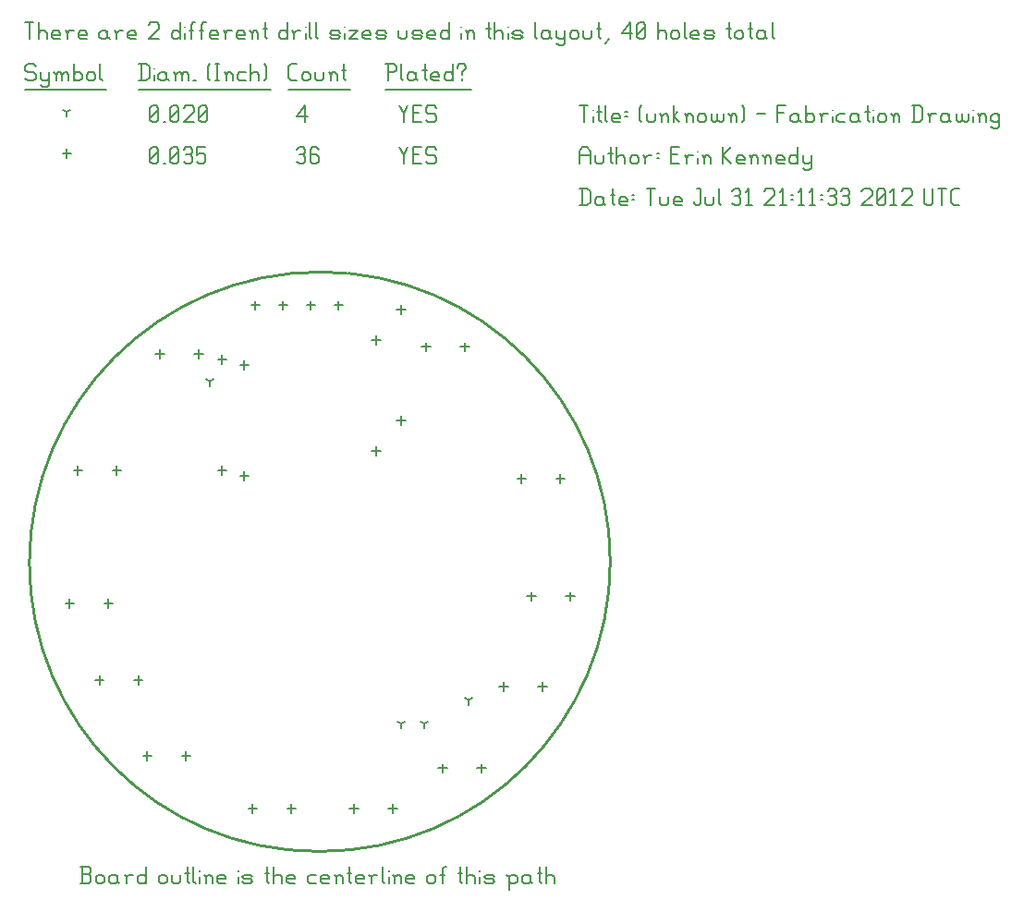
<source format=gbr>
G04 start of page 10 for group -3984 idx -3984 *
G04 Title: (unknown), fab *
G04 Creator: pcb 20110918 *
G04 CreationDate: Tue Jul 31 21:11:33 2012 UTC *
G04 For: frankenteddy *
G04 Format: Gerber/RS-274X *
G04 PCB-Dimensions: 212500 212500 *
G04 PCB-Coordinate-Origin: lower left *
%MOIN*%
%FSLAX25Y25*%
%LNFAB*%
%ADD36C,0.0100*%
%ADD35C,0.0075*%
%ADD34C,0.0060*%
%ADD33C,0.0080*%
G54D33*X150500Y33600D02*Y30400D01*
X148900Y32000D02*X152100D01*
X164500Y33600D02*Y30400D01*
X162900Y32000D02*X166100D01*
X135500Y199100D02*Y195900D01*
X133900Y197500D02*X137100D01*
X135500Y159100D02*Y155900D01*
X133900Y157500D02*X137100D01*
X126500Y188100D02*Y184900D01*
X124900Y186500D02*X128100D01*
X126500Y148100D02*Y144900D01*
X124900Y146500D02*X128100D01*
X79000Y179100D02*Y175900D01*
X77400Y177500D02*X80600D01*
X79000Y139100D02*Y135900D01*
X77400Y137500D02*X80600D01*
X71000Y181100D02*Y177900D01*
X69400Y179500D02*X72600D01*
X71000Y141100D02*Y137900D01*
X69400Y139500D02*X72600D01*
X40788Y65412D02*Y62212D01*
X39188Y63812D02*X42388D01*
X26788Y65412D02*Y62212D01*
X25188Y63812D02*X28388D01*
X33000Y141100D02*Y137900D01*
X31400Y139500D02*X34600D01*
X19000Y141100D02*Y137900D01*
X17400Y139500D02*X20600D01*
X62500Y183100D02*Y179900D01*
X60900Y181500D02*X64100D01*
X48500Y183100D02*Y179900D01*
X46900Y181500D02*X50100D01*
X196500Y95600D02*Y92400D01*
X194900Y94000D02*X198100D01*
X182500Y95600D02*Y92400D01*
X180900Y94000D02*X184100D01*
X179000Y138100D02*Y134900D01*
X177400Y136500D02*X180600D01*
X193000Y138100D02*Y134900D01*
X191400Y136500D02*X194600D01*
X144500Y185600D02*Y182400D01*
X142900Y184000D02*X146100D01*
X158500Y185600D02*Y182400D01*
X156900Y184000D02*X160100D01*
X16000Y93100D02*Y89900D01*
X14400Y91500D02*X17600D01*
X30000Y93100D02*Y89900D01*
X28400Y91500D02*X31600D01*
X58000Y38100D02*Y34900D01*
X56400Y36500D02*X59600D01*
X44000Y38100D02*Y34900D01*
X42400Y36500D02*X45600D01*
X96000Y19100D02*Y15900D01*
X94400Y17500D02*X97600D01*
X82000Y19100D02*Y15900D01*
X80400Y17500D02*X83600D01*
X132500Y19100D02*Y15900D01*
X130900Y17500D02*X134100D01*
X118500Y19100D02*Y15900D01*
X116900Y17500D02*X120100D01*
X186500Y63100D02*Y59900D01*
X184900Y61500D02*X188100D01*
X172500Y63100D02*Y59900D01*
X170900Y61500D02*X174100D01*
X93000Y200600D02*Y197400D01*
X91400Y199000D02*X94600D01*
X83000Y200600D02*Y197400D01*
X81400Y199000D02*X84600D01*
X113000Y200600D02*Y197400D01*
X111400Y199000D02*X114600D01*
X103000Y200600D02*Y197400D01*
X101400Y199000D02*X104600D01*
X15000Y255350D02*Y252150D01*
X13400Y253750D02*X16600D01*
G54D34*X135000Y256000D02*X136500Y253000D01*
X138000Y256000D01*
X136500Y253000D02*Y250000D01*
X139800Y253300D02*X142050D01*
X139800Y250000D02*X142800D01*
X139800Y256000D02*Y250000D01*
Y256000D02*X142800D01*
X147600D02*X148350Y255250D01*
X145350Y256000D02*X147600D01*
X144600Y255250D02*X145350Y256000D01*
X144600Y255250D02*Y253750D01*
X145350Y253000D01*
X147600D01*
X148350Y252250D01*
Y250750D01*
X147600Y250000D02*X148350Y250750D01*
X145350Y250000D02*X147600D01*
X144600Y250750D02*X145350Y250000D01*
X98000Y255250D02*X98750Y256000D01*
X100250D01*
X101000Y255250D01*
X100250Y250000D02*X101000Y250750D01*
X98750Y250000D02*X100250D01*
X98000Y250750D02*X98750Y250000D01*
Y253300D02*X100250D01*
X101000Y255250D02*Y254050D01*
Y252550D02*Y250750D01*
Y252550D02*X100250Y253300D01*
X101000Y254050D02*X100250Y253300D01*
X105050Y256000D02*X105800Y255250D01*
X103550Y256000D02*X105050D01*
X102800Y255250D02*X103550Y256000D01*
X102800Y255250D02*Y250750D01*
X103550Y250000D01*
X105050Y253300D02*X105800Y252550D01*
X102800Y253300D02*X105050D01*
X103550Y250000D02*X105050D01*
X105800Y250750D01*
Y252550D02*Y250750D01*
X45000D02*X45750Y250000D01*
X45000Y255250D02*Y250750D01*
Y255250D02*X45750Y256000D01*
X47250D01*
X48000Y255250D01*
Y250750D01*
X47250Y250000D02*X48000Y250750D01*
X45750Y250000D02*X47250D01*
X45000Y251500D02*X48000Y254500D01*
X49800Y250000D02*X50550D01*
X52350Y250750D02*X53100Y250000D01*
X52350Y255250D02*Y250750D01*
Y255250D02*X53100Y256000D01*
X54600D01*
X55350Y255250D01*
Y250750D01*
X54600Y250000D02*X55350Y250750D01*
X53100Y250000D02*X54600D01*
X52350Y251500D02*X55350Y254500D01*
X57150Y255250D02*X57900Y256000D01*
X59400D01*
X60150Y255250D01*
X59400Y250000D02*X60150Y250750D01*
X57900Y250000D02*X59400D01*
X57150Y250750D02*X57900Y250000D01*
Y253300D02*X59400D01*
X60150Y255250D02*Y254050D01*
Y252550D02*Y250750D01*
Y252550D02*X59400Y253300D01*
X60150Y254050D02*X59400Y253300D01*
X61950Y256000D02*X64950D01*
X61950D02*Y253000D01*
X62700Y253750D01*
X64200D01*
X64950Y253000D01*
Y250750D01*
X64200Y250000D02*X64950Y250750D01*
X62700Y250000D02*X64200D01*
X61950Y250750D02*X62700Y250000D01*
X66500Y171500D02*Y169900D01*
Y171500D02*X67887Y172300D01*
X66500Y171500D02*X65113Y172300D01*
X135500Y48000D02*Y46400D01*
Y48000D02*X136887Y48800D01*
X135500Y48000D02*X134113Y48800D01*
X144000Y48000D02*Y46400D01*
Y48000D02*X145387Y48800D01*
X144000Y48000D02*X142613Y48800D01*
X160000Y56500D02*Y54900D01*
Y56500D02*X161387Y57300D01*
X160000Y56500D02*X158613Y57300D01*
X15000Y268750D02*Y267150D01*
Y268750D02*X16387Y269550D01*
X15000Y268750D02*X13613Y269550D01*
X135000Y271000D02*X136500Y268000D01*
X138000Y271000D01*
X136500Y268000D02*Y265000D01*
X139800Y268300D02*X142050D01*
X139800Y265000D02*X142800D01*
X139800Y271000D02*Y265000D01*
Y271000D02*X142800D01*
X147600D02*X148350Y270250D01*
X145350Y271000D02*X147600D01*
X144600Y270250D02*X145350Y271000D01*
X144600Y270250D02*Y268750D01*
X145350Y268000D01*
X147600D01*
X148350Y267250D01*
Y265750D01*
X147600Y265000D02*X148350Y265750D01*
X145350Y265000D02*X147600D01*
X144600Y265750D02*X145350Y265000D01*
X98000Y267250D02*X101000Y271000D01*
X98000Y267250D02*X101750D01*
X101000Y271000D02*Y265000D01*
X45000Y265750D02*X45750Y265000D01*
X45000Y270250D02*Y265750D01*
Y270250D02*X45750Y271000D01*
X47250D01*
X48000Y270250D01*
Y265750D01*
X47250Y265000D02*X48000Y265750D01*
X45750Y265000D02*X47250D01*
X45000Y266500D02*X48000Y269500D01*
X49800Y265000D02*X50550D01*
X52350Y265750D02*X53100Y265000D01*
X52350Y270250D02*Y265750D01*
Y270250D02*X53100Y271000D01*
X54600D01*
X55350Y270250D01*
Y265750D01*
X54600Y265000D02*X55350Y265750D01*
X53100Y265000D02*X54600D01*
X52350Y266500D02*X55350Y269500D01*
X57150Y270250D02*X57900Y271000D01*
X60150D01*
X60900Y270250D01*
Y268750D01*
X57150Y265000D02*X60900Y268750D01*
X57150Y265000D02*X60900D01*
X62700Y265750D02*X63450Y265000D01*
X62700Y270250D02*Y265750D01*
Y270250D02*X63450Y271000D01*
X64950D01*
X65700Y270250D01*
Y265750D01*
X64950Y265000D02*X65700Y265750D01*
X63450Y265000D02*X64950D01*
X62700Y266500D02*X65700Y269500D01*
X3000Y286000D02*X3750Y285250D01*
X750Y286000D02*X3000D01*
X0Y285250D02*X750Y286000D01*
X0Y285250D02*Y283750D01*
X750Y283000D01*
X3000D01*
X3750Y282250D01*
Y280750D01*
X3000Y280000D02*X3750Y280750D01*
X750Y280000D02*X3000D01*
X0Y280750D02*X750Y280000D01*
X5550Y283000D02*Y280750D01*
X6300Y280000D01*
X8550Y283000D02*Y278500D01*
X7800Y277750D02*X8550Y278500D01*
X6300Y277750D02*X7800D01*
X5550Y278500D02*X6300Y277750D01*
Y280000D02*X7800D01*
X8550Y280750D01*
X11100Y282250D02*Y280000D01*
Y282250D02*X11850Y283000D01*
X12600D01*
X13350Y282250D01*
Y280000D01*
Y282250D02*X14100Y283000D01*
X14850D01*
X15600Y282250D01*
Y280000D01*
X10350Y283000D02*X11100Y282250D01*
X17400Y286000D02*Y280000D01*
Y280750D02*X18150Y280000D01*
X19650D01*
X20400Y280750D01*
Y282250D02*Y280750D01*
X19650Y283000D02*X20400Y282250D01*
X18150Y283000D02*X19650D01*
X17400Y282250D02*X18150Y283000D01*
X22200Y282250D02*Y280750D01*
Y282250D02*X22950Y283000D01*
X24450D01*
X25200Y282250D01*
Y280750D01*
X24450Y280000D02*X25200Y280750D01*
X22950Y280000D02*X24450D01*
X22200Y280750D02*X22950Y280000D01*
X27000Y286000D02*Y280750D01*
X27750Y280000D01*
X0Y276750D02*X29250D01*
X41750Y286000D02*Y280000D01*
X43700Y286000D02*X44750Y284950D01*
Y281050D01*
X43700Y280000D02*X44750Y281050D01*
X41000Y280000D02*X43700D01*
X41000Y286000D02*X43700D01*
G54D35*X46550Y284500D02*Y284350D01*
G54D34*Y282250D02*Y280000D01*
X50300Y283000D02*X51050Y282250D01*
X48800Y283000D02*X50300D01*
X48050Y282250D02*X48800Y283000D01*
X48050Y282250D02*Y280750D01*
X48800Y280000D01*
X51050Y283000D02*Y280750D01*
X51800Y280000D01*
X48800D02*X50300D01*
X51050Y280750D01*
X54350Y282250D02*Y280000D01*
Y282250D02*X55100Y283000D01*
X55850D01*
X56600Y282250D01*
Y280000D01*
Y282250D02*X57350Y283000D01*
X58100D01*
X58850Y282250D01*
Y280000D01*
X53600Y283000D02*X54350Y282250D01*
X60650Y280000D02*X61400D01*
X65900Y280750D02*X66650Y280000D01*
X65900Y285250D02*X66650Y286000D01*
X65900Y285250D02*Y280750D01*
X68450Y286000D02*X69950D01*
X69200D02*Y280000D01*
X68450D02*X69950D01*
X72500Y282250D02*Y280000D01*
Y282250D02*X73250Y283000D01*
X74000D01*
X74750Y282250D01*
Y280000D01*
X71750Y283000D02*X72500Y282250D01*
X77300Y283000D02*X79550D01*
X76550Y282250D02*X77300Y283000D01*
X76550Y282250D02*Y280750D01*
X77300Y280000D01*
X79550D01*
X81350Y286000D02*Y280000D01*
Y282250D02*X82100Y283000D01*
X83600D01*
X84350Y282250D01*
Y280000D01*
X86150Y286000D02*X86900Y285250D01*
Y280750D01*
X86150Y280000D02*X86900Y280750D01*
X41000Y276750D02*X88700D01*
X96050Y280000D02*X98000D01*
X95000Y281050D02*X96050Y280000D01*
X95000Y284950D02*Y281050D01*
Y284950D02*X96050Y286000D01*
X98000D01*
X99800Y282250D02*Y280750D01*
Y282250D02*X100550Y283000D01*
X102050D01*
X102800Y282250D01*
Y280750D01*
X102050Y280000D02*X102800Y280750D01*
X100550Y280000D02*X102050D01*
X99800Y280750D02*X100550Y280000D01*
X104600Y283000D02*Y280750D01*
X105350Y280000D01*
X106850D01*
X107600Y280750D01*
Y283000D02*Y280750D01*
X110150Y282250D02*Y280000D01*
Y282250D02*X110900Y283000D01*
X111650D01*
X112400Y282250D01*
Y280000D01*
X109400Y283000D02*X110150Y282250D01*
X114950Y286000D02*Y280750D01*
X115700Y280000D01*
X114200Y283750D02*X115700D01*
X95000Y276750D02*X117200D01*
X130750Y286000D02*Y280000D01*
X130000Y286000D02*X133000D01*
X133750Y285250D01*
Y283750D01*
X133000Y283000D02*X133750Y283750D01*
X130750Y283000D02*X133000D01*
X135550Y286000D02*Y280750D01*
X136300Y280000D01*
X140050Y283000D02*X140800Y282250D01*
X138550Y283000D02*X140050D01*
X137800Y282250D02*X138550Y283000D01*
X137800Y282250D02*Y280750D01*
X138550Y280000D01*
X140800Y283000D02*Y280750D01*
X141550Y280000D01*
X138550D02*X140050D01*
X140800Y280750D01*
X144100Y286000D02*Y280750D01*
X144850Y280000D01*
X143350Y283750D02*X144850D01*
X147100Y280000D02*X149350D01*
X146350Y280750D02*X147100Y280000D01*
X146350Y282250D02*Y280750D01*
Y282250D02*X147100Y283000D01*
X148600D01*
X149350Y282250D01*
X146350Y281500D02*X149350D01*
Y282250D02*Y281500D01*
X154150Y286000D02*Y280000D01*
X153400D02*X154150Y280750D01*
X151900Y280000D02*X153400D01*
X151150Y280750D02*X151900Y280000D01*
X151150Y282250D02*Y280750D01*
Y282250D02*X151900Y283000D01*
X153400D01*
X154150Y282250D01*
X157450Y283000D02*Y282250D01*
Y280750D02*Y280000D01*
X155950Y285250D02*Y284500D01*
Y285250D02*X156700Y286000D01*
X158200D01*
X158950Y285250D01*
Y284500D01*
X157450Y283000D02*X158950Y284500D01*
X130000Y276750D02*X160750D01*
X0Y301000D02*X3000D01*
X1500D02*Y295000D01*
X4800Y301000D02*Y295000D01*
Y297250D02*X5550Y298000D01*
X7050D01*
X7800Y297250D01*
Y295000D01*
X10350D02*X12600D01*
X9600Y295750D02*X10350Y295000D01*
X9600Y297250D02*Y295750D01*
Y297250D02*X10350Y298000D01*
X11850D01*
X12600Y297250D01*
X9600Y296500D02*X12600D01*
Y297250D02*Y296500D01*
X15150Y297250D02*Y295000D01*
Y297250D02*X15900Y298000D01*
X17400D01*
X14400D02*X15150Y297250D01*
X19950Y295000D02*X22200D01*
X19200Y295750D02*X19950Y295000D01*
X19200Y297250D02*Y295750D01*
Y297250D02*X19950Y298000D01*
X21450D01*
X22200Y297250D01*
X19200Y296500D02*X22200D01*
Y297250D02*Y296500D01*
X28950Y298000D02*X29700Y297250D01*
X27450Y298000D02*X28950D01*
X26700Y297250D02*X27450Y298000D01*
X26700Y297250D02*Y295750D01*
X27450Y295000D01*
X29700Y298000D02*Y295750D01*
X30450Y295000D01*
X27450D02*X28950D01*
X29700Y295750D01*
X33000Y297250D02*Y295000D01*
Y297250D02*X33750Y298000D01*
X35250D01*
X32250D02*X33000Y297250D01*
X37800Y295000D02*X40050D01*
X37050Y295750D02*X37800Y295000D01*
X37050Y297250D02*Y295750D01*
Y297250D02*X37800Y298000D01*
X39300D01*
X40050Y297250D01*
X37050Y296500D02*X40050D01*
Y297250D02*Y296500D01*
X44550Y300250D02*X45300Y301000D01*
X47550D01*
X48300Y300250D01*
Y298750D01*
X44550Y295000D02*X48300Y298750D01*
X44550Y295000D02*X48300D01*
X55800Y301000D02*Y295000D01*
X55050D02*X55800Y295750D01*
X53550Y295000D02*X55050D01*
X52800Y295750D02*X53550Y295000D01*
X52800Y297250D02*Y295750D01*
Y297250D02*X53550Y298000D01*
X55050D01*
X55800Y297250D01*
G54D35*X57600Y299500D02*Y299350D01*
G54D34*Y297250D02*Y295000D01*
X59850Y300250D02*Y295000D01*
Y300250D02*X60600Y301000D01*
X61350D01*
X59100Y298000D02*X60600D01*
X63600Y300250D02*Y295000D01*
Y300250D02*X64350Y301000D01*
X65100D01*
X62850Y298000D02*X64350D01*
X67350Y295000D02*X69600D01*
X66600Y295750D02*X67350Y295000D01*
X66600Y297250D02*Y295750D01*
Y297250D02*X67350Y298000D01*
X68850D01*
X69600Y297250D01*
X66600Y296500D02*X69600D01*
Y297250D02*Y296500D01*
X72150Y297250D02*Y295000D01*
Y297250D02*X72900Y298000D01*
X74400D01*
X71400D02*X72150Y297250D01*
X76950Y295000D02*X79200D01*
X76200Y295750D02*X76950Y295000D01*
X76200Y297250D02*Y295750D01*
Y297250D02*X76950Y298000D01*
X78450D01*
X79200Y297250D01*
X76200Y296500D02*X79200D01*
Y297250D02*Y296500D01*
X81750Y297250D02*Y295000D01*
Y297250D02*X82500Y298000D01*
X83250D01*
X84000Y297250D01*
Y295000D01*
X81000Y298000D02*X81750Y297250D01*
X86550Y301000D02*Y295750D01*
X87300Y295000D01*
X85800Y298750D02*X87300D01*
X94500Y301000D02*Y295000D01*
X93750D02*X94500Y295750D01*
X92250Y295000D02*X93750D01*
X91500Y295750D02*X92250Y295000D01*
X91500Y297250D02*Y295750D01*
Y297250D02*X92250Y298000D01*
X93750D01*
X94500Y297250D01*
X97050D02*Y295000D01*
Y297250D02*X97800Y298000D01*
X99300D01*
X96300D02*X97050Y297250D01*
G54D35*X101100Y299500D02*Y299350D01*
G54D34*Y297250D02*Y295000D01*
X102600Y301000D02*Y295750D01*
X103350Y295000D01*
X104850Y301000D02*Y295750D01*
X105600Y295000D01*
X110550D02*X112800D01*
X113550Y295750D01*
X112800Y296500D02*X113550Y295750D01*
X110550Y296500D02*X112800D01*
X109800Y297250D02*X110550Y296500D01*
X109800Y297250D02*X110550Y298000D01*
X112800D01*
X113550Y297250D01*
X109800Y295750D02*X110550Y295000D01*
G54D35*X115350Y299500D02*Y299350D01*
G54D34*Y297250D02*Y295000D01*
X116850Y298000D02*X119850D01*
X116850Y295000D02*X119850Y298000D01*
X116850Y295000D02*X119850D01*
X122400D02*X124650D01*
X121650Y295750D02*X122400Y295000D01*
X121650Y297250D02*Y295750D01*
Y297250D02*X122400Y298000D01*
X123900D01*
X124650Y297250D01*
X121650Y296500D02*X124650D01*
Y297250D02*Y296500D01*
X127200Y295000D02*X129450D01*
X130200Y295750D01*
X129450Y296500D02*X130200Y295750D01*
X127200Y296500D02*X129450D01*
X126450Y297250D02*X127200Y296500D01*
X126450Y297250D02*X127200Y298000D01*
X129450D01*
X130200Y297250D01*
X126450Y295750D02*X127200Y295000D01*
X134700Y298000D02*Y295750D01*
X135450Y295000D01*
X136950D01*
X137700Y295750D01*
Y298000D02*Y295750D01*
X140250Y295000D02*X142500D01*
X143250Y295750D01*
X142500Y296500D02*X143250Y295750D01*
X140250Y296500D02*X142500D01*
X139500Y297250D02*X140250Y296500D01*
X139500Y297250D02*X140250Y298000D01*
X142500D01*
X143250Y297250D01*
X139500Y295750D02*X140250Y295000D01*
X145800D02*X148050D01*
X145050Y295750D02*X145800Y295000D01*
X145050Y297250D02*Y295750D01*
Y297250D02*X145800Y298000D01*
X147300D01*
X148050Y297250D01*
X145050Y296500D02*X148050D01*
Y297250D02*Y296500D01*
X152850Y301000D02*Y295000D01*
X152100D02*X152850Y295750D01*
X150600Y295000D02*X152100D01*
X149850Y295750D02*X150600Y295000D01*
X149850Y297250D02*Y295750D01*
Y297250D02*X150600Y298000D01*
X152100D01*
X152850Y297250D01*
G54D35*X157350Y299500D02*Y299350D01*
G54D34*Y297250D02*Y295000D01*
X159600Y297250D02*Y295000D01*
Y297250D02*X160350Y298000D01*
X161100D01*
X161850Y297250D01*
Y295000D01*
X158850Y298000D02*X159600Y297250D01*
X167100Y301000D02*Y295750D01*
X167850Y295000D01*
X166350Y298750D02*X167850D01*
X169350Y301000D02*Y295000D01*
Y297250D02*X170100Y298000D01*
X171600D01*
X172350Y297250D01*
Y295000D01*
G54D35*X174150Y299500D02*Y299350D01*
G54D34*Y297250D02*Y295000D01*
X176400D02*X178650D01*
X179400Y295750D01*
X178650Y296500D02*X179400Y295750D01*
X176400Y296500D02*X178650D01*
X175650Y297250D02*X176400Y296500D01*
X175650Y297250D02*X176400Y298000D01*
X178650D01*
X179400Y297250D01*
X175650Y295750D02*X176400Y295000D01*
X183900Y301000D02*Y295750D01*
X184650Y295000D01*
X188400Y298000D02*X189150Y297250D01*
X186900Y298000D02*X188400D01*
X186150Y297250D02*X186900Y298000D01*
X186150Y297250D02*Y295750D01*
X186900Y295000D01*
X189150Y298000D02*Y295750D01*
X189900Y295000D01*
X186900D02*X188400D01*
X189150Y295750D01*
X191700Y298000D02*Y295750D01*
X192450Y295000D01*
X194700Y298000D02*Y293500D01*
X193950Y292750D02*X194700Y293500D01*
X192450Y292750D02*X193950D01*
X191700Y293500D02*X192450Y292750D01*
Y295000D02*X193950D01*
X194700Y295750D01*
X196500Y297250D02*Y295750D01*
Y297250D02*X197250Y298000D01*
X198750D01*
X199500Y297250D01*
Y295750D01*
X198750Y295000D02*X199500Y295750D01*
X197250Y295000D02*X198750D01*
X196500Y295750D02*X197250Y295000D01*
X201300Y298000D02*Y295750D01*
X202050Y295000D01*
X203550D01*
X204300Y295750D01*
Y298000D02*Y295750D01*
X206850Y301000D02*Y295750D01*
X207600Y295000D01*
X206100Y298750D02*X207600D01*
X209100Y293500D02*X210600Y295000D01*
X215100Y297250D02*X218100Y301000D01*
X215100Y297250D02*X218850D01*
X218100Y301000D02*Y295000D01*
X220650Y295750D02*X221400Y295000D01*
X220650Y300250D02*Y295750D01*
Y300250D02*X221400Y301000D01*
X222900D01*
X223650Y300250D01*
Y295750D01*
X222900Y295000D02*X223650Y295750D01*
X221400Y295000D02*X222900D01*
X220650Y296500D02*X223650Y299500D01*
X228150Y301000D02*Y295000D01*
Y297250D02*X228900Y298000D01*
X230400D01*
X231150Y297250D01*
Y295000D01*
X232950Y297250D02*Y295750D01*
Y297250D02*X233700Y298000D01*
X235200D01*
X235950Y297250D01*
Y295750D01*
X235200Y295000D02*X235950Y295750D01*
X233700Y295000D02*X235200D01*
X232950Y295750D02*X233700Y295000D01*
X237750Y301000D02*Y295750D01*
X238500Y295000D01*
X240750D02*X243000D01*
X240000Y295750D02*X240750Y295000D01*
X240000Y297250D02*Y295750D01*
Y297250D02*X240750Y298000D01*
X242250D01*
X243000Y297250D01*
X240000Y296500D02*X243000D01*
Y297250D02*Y296500D01*
X245550Y295000D02*X247800D01*
X248550Y295750D01*
X247800Y296500D02*X248550Y295750D01*
X245550Y296500D02*X247800D01*
X244800Y297250D02*X245550Y296500D01*
X244800Y297250D02*X245550Y298000D01*
X247800D01*
X248550Y297250D01*
X244800Y295750D02*X245550Y295000D01*
X253800Y301000D02*Y295750D01*
X254550Y295000D01*
X253050Y298750D02*X254550D01*
X256050Y297250D02*Y295750D01*
Y297250D02*X256800Y298000D01*
X258300D01*
X259050Y297250D01*
Y295750D01*
X258300Y295000D02*X259050Y295750D01*
X256800Y295000D02*X258300D01*
X256050Y295750D02*X256800Y295000D01*
X261600Y301000D02*Y295750D01*
X262350Y295000D01*
X260850Y298750D02*X262350D01*
X266100Y298000D02*X266850Y297250D01*
X264600Y298000D02*X266100D01*
X263850Y297250D02*X264600Y298000D01*
X263850Y297250D02*Y295750D01*
X264600Y295000D01*
X266850Y298000D02*Y295750D01*
X267600Y295000D01*
X264600D02*X266100D01*
X266850Y295750D01*
X269400Y301000D02*Y295750D01*
X270150Y295000D01*
G54D36*X105500Y2000D02*X106500D01*
G75*G03X211000Y106500I0J104500D01*G01*
Y106500D02*G75*G03X106500Y211000I-104500J0D01*G01*
G75*G03X1500Y106000I0J-105000D01*G01*
G75*G03X105500Y2000I104000J0D01*G01*
G54D34*X19925Y-9500D02*X22925D01*
X23675Y-8750D01*
Y-6950D02*Y-8750D01*
X22925Y-6200D02*X23675Y-6950D01*
X20675Y-6200D02*X22925D01*
X20675Y-3500D02*Y-9500D01*
X19925Y-3500D02*X22925D01*
X23675Y-4250D01*
Y-5450D01*
X22925Y-6200D02*X23675Y-5450D01*
X25475Y-7250D02*Y-8750D01*
Y-7250D02*X26225Y-6500D01*
X27725D01*
X28475Y-7250D01*
Y-8750D01*
X27725Y-9500D02*X28475Y-8750D01*
X26225Y-9500D02*X27725D01*
X25475Y-8750D02*X26225Y-9500D01*
X32525Y-6500D02*X33275Y-7250D01*
X31025Y-6500D02*X32525D01*
X30275Y-7250D02*X31025Y-6500D01*
X30275Y-7250D02*Y-8750D01*
X31025Y-9500D01*
X33275Y-6500D02*Y-8750D01*
X34025Y-9500D01*
X31025D02*X32525D01*
X33275Y-8750D01*
X36575Y-7250D02*Y-9500D01*
Y-7250D02*X37325Y-6500D01*
X38825D01*
X35825D02*X36575Y-7250D01*
X43625Y-3500D02*Y-9500D01*
X42875D02*X43625Y-8750D01*
X41375Y-9500D02*X42875D01*
X40625Y-8750D02*X41375Y-9500D01*
X40625Y-7250D02*Y-8750D01*
Y-7250D02*X41375Y-6500D01*
X42875D01*
X43625Y-7250D01*
X48125D02*Y-8750D01*
Y-7250D02*X48875Y-6500D01*
X50375D01*
X51125Y-7250D01*
Y-8750D01*
X50375Y-9500D02*X51125Y-8750D01*
X48875Y-9500D02*X50375D01*
X48125Y-8750D02*X48875Y-9500D01*
X52925Y-6500D02*Y-8750D01*
X53675Y-9500D01*
X55175D01*
X55925Y-8750D01*
Y-6500D02*Y-8750D01*
X58475Y-3500D02*Y-8750D01*
X59225Y-9500D01*
X57725Y-5750D02*X59225D01*
X60725Y-3500D02*Y-8750D01*
X61475Y-9500D01*
G54D35*X62975Y-5000D02*Y-5150D01*
G54D34*Y-7250D02*Y-9500D01*
X65225Y-7250D02*Y-9500D01*
Y-7250D02*X65975Y-6500D01*
X66725D01*
X67475Y-7250D01*
Y-9500D01*
X64475Y-6500D02*X65225Y-7250D01*
X70025Y-9500D02*X72275D01*
X69275Y-8750D02*X70025Y-9500D01*
X69275Y-7250D02*Y-8750D01*
Y-7250D02*X70025Y-6500D01*
X71525D01*
X72275Y-7250D01*
X69275Y-8000D02*X72275D01*
Y-7250D02*Y-8000D01*
G54D35*X76775Y-5000D02*Y-5150D01*
G54D34*Y-7250D02*Y-9500D01*
X79025D02*X81275D01*
X82025Y-8750D01*
X81275Y-8000D02*X82025Y-8750D01*
X79025Y-8000D02*X81275D01*
X78275Y-7250D02*X79025Y-8000D01*
X78275Y-7250D02*X79025Y-6500D01*
X81275D01*
X82025Y-7250D01*
X78275Y-8750D02*X79025Y-9500D01*
X87275Y-3500D02*Y-8750D01*
X88025Y-9500D01*
X86525Y-5750D02*X88025D01*
X89525Y-3500D02*Y-9500D01*
Y-7250D02*X90275Y-6500D01*
X91775D01*
X92525Y-7250D01*
Y-9500D01*
X95075D02*X97325D01*
X94325Y-8750D02*X95075Y-9500D01*
X94325Y-7250D02*Y-8750D01*
Y-7250D02*X95075Y-6500D01*
X96575D01*
X97325Y-7250D01*
X94325Y-8000D02*X97325D01*
Y-7250D02*Y-8000D01*
X102575Y-6500D02*X104825D01*
X101825Y-7250D02*X102575Y-6500D01*
X101825Y-7250D02*Y-8750D01*
X102575Y-9500D01*
X104825D01*
X107375D02*X109625D01*
X106625Y-8750D02*X107375Y-9500D01*
X106625Y-7250D02*Y-8750D01*
Y-7250D02*X107375Y-6500D01*
X108875D01*
X109625Y-7250D01*
X106625Y-8000D02*X109625D01*
Y-7250D02*Y-8000D01*
X112175Y-7250D02*Y-9500D01*
Y-7250D02*X112925Y-6500D01*
X113675D01*
X114425Y-7250D01*
Y-9500D01*
X111425Y-6500D02*X112175Y-7250D01*
X116975Y-3500D02*Y-8750D01*
X117725Y-9500D01*
X116225Y-5750D02*X117725D01*
X119975Y-9500D02*X122225D01*
X119225Y-8750D02*X119975Y-9500D01*
X119225Y-7250D02*Y-8750D01*
Y-7250D02*X119975Y-6500D01*
X121475D01*
X122225Y-7250D01*
X119225Y-8000D02*X122225D01*
Y-7250D02*Y-8000D01*
X124775Y-7250D02*Y-9500D01*
Y-7250D02*X125525Y-6500D01*
X127025D01*
X124025D02*X124775Y-7250D01*
X128825Y-3500D02*Y-8750D01*
X129575Y-9500D01*
G54D35*X131075Y-5000D02*Y-5150D01*
G54D34*Y-7250D02*Y-9500D01*
X133325Y-7250D02*Y-9500D01*
Y-7250D02*X134075Y-6500D01*
X134825D01*
X135575Y-7250D01*
Y-9500D01*
X132575Y-6500D02*X133325Y-7250D01*
X138125Y-9500D02*X140375D01*
X137375Y-8750D02*X138125Y-9500D01*
X137375Y-7250D02*Y-8750D01*
Y-7250D02*X138125Y-6500D01*
X139625D01*
X140375Y-7250D01*
X137375Y-8000D02*X140375D01*
Y-7250D02*Y-8000D01*
X144875Y-7250D02*Y-8750D01*
Y-7250D02*X145625Y-6500D01*
X147125D01*
X147875Y-7250D01*
Y-8750D01*
X147125Y-9500D02*X147875Y-8750D01*
X145625Y-9500D02*X147125D01*
X144875Y-8750D02*X145625Y-9500D01*
X150425Y-4250D02*Y-9500D01*
Y-4250D02*X151175Y-3500D01*
X151925D01*
X149675Y-6500D02*X151175D01*
X156875Y-3500D02*Y-8750D01*
X157625Y-9500D01*
X156125Y-5750D02*X157625D01*
X159125Y-3500D02*Y-9500D01*
Y-7250D02*X159875Y-6500D01*
X161375D01*
X162125Y-7250D01*
Y-9500D01*
G54D35*X163925Y-5000D02*Y-5150D01*
G54D34*Y-7250D02*Y-9500D01*
X166175D02*X168425D01*
X169175Y-8750D01*
X168425Y-8000D02*X169175Y-8750D01*
X166175Y-8000D02*X168425D01*
X165425Y-7250D02*X166175Y-8000D01*
X165425Y-7250D02*X166175Y-6500D01*
X168425D01*
X169175Y-7250D01*
X165425Y-8750D02*X166175Y-9500D01*
X174425Y-7250D02*Y-11750D01*
X173675Y-6500D02*X174425Y-7250D01*
X175175Y-6500D01*
X176675D01*
X177425Y-7250D01*
Y-8750D01*
X176675Y-9500D02*X177425Y-8750D01*
X175175Y-9500D02*X176675D01*
X174425Y-8750D02*X175175Y-9500D01*
X181475Y-6500D02*X182225Y-7250D01*
X179975Y-6500D02*X181475D01*
X179225Y-7250D02*X179975Y-6500D01*
X179225Y-7250D02*Y-8750D01*
X179975Y-9500D01*
X182225Y-6500D02*Y-8750D01*
X182975Y-9500D01*
X179975D02*X181475D01*
X182225Y-8750D01*
X185525Y-3500D02*Y-8750D01*
X186275Y-9500D01*
X184775Y-5750D02*X186275D01*
X187775Y-3500D02*Y-9500D01*
Y-7250D02*X188525Y-6500D01*
X190025D01*
X190775Y-7250D01*
Y-9500D01*
X200750Y241000D02*Y235000D01*
X202700Y241000D02*X203750Y239950D01*
Y236050D01*
X202700Y235000D02*X203750Y236050D01*
X200000Y235000D02*X202700D01*
X200000Y241000D02*X202700D01*
X207800Y238000D02*X208550Y237250D01*
X206300Y238000D02*X207800D01*
X205550Y237250D02*X206300Y238000D01*
X205550Y237250D02*Y235750D01*
X206300Y235000D01*
X208550Y238000D02*Y235750D01*
X209300Y235000D01*
X206300D02*X207800D01*
X208550Y235750D01*
X211850Y241000D02*Y235750D01*
X212600Y235000D01*
X211100Y238750D02*X212600D01*
X214850Y235000D02*X217100D01*
X214100Y235750D02*X214850Y235000D01*
X214100Y237250D02*Y235750D01*
Y237250D02*X214850Y238000D01*
X216350D01*
X217100Y237250D01*
X214100Y236500D02*X217100D01*
Y237250D02*Y236500D01*
X218900Y238750D02*X219650D01*
X218900Y237250D02*X219650D01*
X224150Y241000D02*X227150D01*
X225650D02*Y235000D01*
X228950Y238000D02*Y235750D01*
X229700Y235000D01*
X231200D01*
X231950Y235750D01*
Y238000D02*Y235750D01*
X234500Y235000D02*X236750D01*
X233750Y235750D02*X234500Y235000D01*
X233750Y237250D02*Y235750D01*
Y237250D02*X234500Y238000D01*
X236000D01*
X236750Y237250D01*
X233750Y236500D02*X236750D01*
Y237250D02*Y236500D01*
X242300Y241000D02*X243500D01*
Y235750D01*
X242750Y235000D02*X243500Y235750D01*
X242000Y235000D02*X242750D01*
X241250Y235750D02*X242000Y235000D01*
X241250Y236500D02*Y235750D01*
X245300Y238000D02*Y235750D01*
X246050Y235000D01*
X247550D01*
X248300Y235750D01*
Y238000D02*Y235750D01*
X250100Y241000D02*Y235750D01*
X250850Y235000D01*
X255050Y240250D02*X255800Y241000D01*
X257300D01*
X258050Y240250D01*
X257300Y235000D02*X258050Y235750D01*
X255800Y235000D02*X257300D01*
X255050Y235750D02*X255800Y235000D01*
Y238300D02*X257300D01*
X258050Y240250D02*Y239050D01*
Y237550D02*Y235750D01*
Y237550D02*X257300Y238300D01*
X258050Y239050D02*X257300Y238300D01*
X259850Y239800D02*X261050Y241000D01*
Y235000D01*
X259850D02*X262100D01*
X266600Y240250D02*X267350Y241000D01*
X269600D01*
X270350Y240250D01*
Y238750D01*
X266600Y235000D02*X270350Y238750D01*
X266600Y235000D02*X270350D01*
X272150Y239800D02*X273350Y241000D01*
Y235000D01*
X272150D02*X274400D01*
X276200Y238750D02*X276950D01*
X276200Y237250D02*X276950D01*
X278750Y239800D02*X279950Y241000D01*
Y235000D01*
X278750D02*X281000D01*
X282800Y239800D02*X284000Y241000D01*
Y235000D01*
X282800D02*X285050D01*
X286850Y238750D02*X287600D01*
X286850Y237250D02*X287600D01*
X289400Y240250D02*X290150Y241000D01*
X291650D01*
X292400Y240250D01*
X291650Y235000D02*X292400Y235750D01*
X290150Y235000D02*X291650D01*
X289400Y235750D02*X290150Y235000D01*
Y238300D02*X291650D01*
X292400Y240250D02*Y239050D01*
Y237550D02*Y235750D01*
Y237550D02*X291650Y238300D01*
X292400Y239050D02*X291650Y238300D01*
X294200Y240250D02*X294950Y241000D01*
X296450D01*
X297200Y240250D01*
X296450Y235000D02*X297200Y235750D01*
X294950Y235000D02*X296450D01*
X294200Y235750D02*X294950Y235000D01*
Y238300D02*X296450D01*
X297200Y240250D02*Y239050D01*
Y237550D02*Y235750D01*
Y237550D02*X296450Y238300D01*
X297200Y239050D02*X296450Y238300D01*
X301700Y240250D02*X302450Y241000D01*
X304700D01*
X305450Y240250D01*
Y238750D01*
X301700Y235000D02*X305450Y238750D01*
X301700Y235000D02*X305450D01*
X307250Y235750D02*X308000Y235000D01*
X307250Y240250D02*Y235750D01*
Y240250D02*X308000Y241000D01*
X309500D01*
X310250Y240250D01*
Y235750D01*
X309500Y235000D02*X310250Y235750D01*
X308000Y235000D02*X309500D01*
X307250Y236500D02*X310250Y239500D01*
X312050Y239800D02*X313250Y241000D01*
Y235000D01*
X312050D02*X314300D01*
X316100Y240250D02*X316850Y241000D01*
X319100D01*
X319850Y240250D01*
Y238750D01*
X316100Y235000D02*X319850Y238750D01*
X316100Y235000D02*X319850D01*
X324350Y241000D02*Y235750D01*
X325100Y235000D01*
X326600D01*
X327350Y235750D01*
Y241000D02*Y235750D01*
X329150Y241000D02*X332150D01*
X330650D02*Y235000D01*
X335000D02*X336950D01*
X333950Y236050D02*X335000Y235000D01*
X333950Y239950D02*Y236050D01*
Y239950D02*X335000Y241000D01*
X336950D01*
X200000Y254500D02*Y250000D01*
Y254500D02*X201050Y256000D01*
X202700D01*
X203750Y254500D01*
Y250000D01*
X200000Y253000D02*X203750D01*
X205550D02*Y250750D01*
X206300Y250000D01*
X207800D01*
X208550Y250750D01*
Y253000D02*Y250750D01*
X211100Y256000D02*Y250750D01*
X211850Y250000D01*
X210350Y253750D02*X211850D01*
X213350Y256000D02*Y250000D01*
Y252250D02*X214100Y253000D01*
X215600D01*
X216350Y252250D01*
Y250000D01*
X218150Y252250D02*Y250750D01*
Y252250D02*X218900Y253000D01*
X220400D01*
X221150Y252250D01*
Y250750D01*
X220400Y250000D02*X221150Y250750D01*
X218900Y250000D02*X220400D01*
X218150Y250750D02*X218900Y250000D01*
X223700Y252250D02*Y250000D01*
Y252250D02*X224450Y253000D01*
X225950D01*
X222950D02*X223700Y252250D01*
X227750Y253750D02*X228500D01*
X227750Y252250D02*X228500D01*
X233000Y253300D02*X235250D01*
X233000Y250000D02*X236000D01*
X233000Y256000D02*Y250000D01*
Y256000D02*X236000D01*
X238550Y252250D02*Y250000D01*
Y252250D02*X239300Y253000D01*
X240800D01*
X237800D02*X238550Y252250D01*
G54D35*X242600Y254500D02*Y254350D01*
G54D34*Y252250D02*Y250000D01*
X244850Y252250D02*Y250000D01*
Y252250D02*X245600Y253000D01*
X246350D01*
X247100Y252250D01*
Y250000D01*
X244100Y253000D02*X244850Y252250D01*
X251600Y256000D02*Y250000D01*
Y253000D02*X254600Y256000D01*
X251600Y253000D02*X254600Y250000D01*
X257150D02*X259400D01*
X256400Y250750D02*X257150Y250000D01*
X256400Y252250D02*Y250750D01*
Y252250D02*X257150Y253000D01*
X258650D01*
X259400Y252250D01*
X256400Y251500D02*X259400D01*
Y252250D02*Y251500D01*
X261950Y252250D02*Y250000D01*
Y252250D02*X262700Y253000D01*
X263450D01*
X264200Y252250D01*
Y250000D01*
X261200Y253000D02*X261950Y252250D01*
X266750D02*Y250000D01*
Y252250D02*X267500Y253000D01*
X268250D01*
X269000Y252250D01*
Y250000D01*
X266000Y253000D02*X266750Y252250D01*
X271550Y250000D02*X273800D01*
X270800Y250750D02*X271550Y250000D01*
X270800Y252250D02*Y250750D01*
Y252250D02*X271550Y253000D01*
X273050D01*
X273800Y252250D01*
X270800Y251500D02*X273800D01*
Y252250D02*Y251500D01*
X278600Y256000D02*Y250000D01*
X277850D02*X278600Y250750D01*
X276350Y250000D02*X277850D01*
X275600Y250750D02*X276350Y250000D01*
X275600Y252250D02*Y250750D01*
Y252250D02*X276350Y253000D01*
X277850D01*
X278600Y252250D01*
X280400Y253000D02*Y250750D01*
X281150Y250000D01*
X283400Y253000D02*Y248500D01*
X282650Y247750D02*X283400Y248500D01*
X281150Y247750D02*X282650D01*
X280400Y248500D02*X281150Y247750D01*
Y250000D02*X282650D01*
X283400Y250750D01*
X200000Y271000D02*X203000D01*
X201500D02*Y265000D01*
G54D35*X204800Y269500D02*Y269350D01*
G54D34*Y267250D02*Y265000D01*
X207050Y271000D02*Y265750D01*
X207800Y265000D01*
X206300Y268750D02*X207800D01*
X209300Y271000D02*Y265750D01*
X210050Y265000D01*
X212300D02*X214550D01*
X211550Y265750D02*X212300Y265000D01*
X211550Y267250D02*Y265750D01*
Y267250D02*X212300Y268000D01*
X213800D01*
X214550Y267250D01*
X211550Y266500D02*X214550D01*
Y267250D02*Y266500D01*
X216350Y268750D02*X217100D01*
X216350Y267250D02*X217100D01*
X221600Y265750D02*X222350Y265000D01*
X221600Y270250D02*X222350Y271000D01*
X221600Y270250D02*Y265750D01*
X224150Y268000D02*Y265750D01*
X224900Y265000D01*
X226400D01*
X227150Y265750D01*
Y268000D02*Y265750D01*
X229700Y267250D02*Y265000D01*
Y267250D02*X230450Y268000D01*
X231200D01*
X231950Y267250D01*
Y265000D01*
X228950Y268000D02*X229700Y267250D01*
X233750Y271000D02*Y265000D01*
Y267250D02*X236000Y265000D01*
X233750Y267250D02*X235250Y268750D01*
X238550Y267250D02*Y265000D01*
Y267250D02*X239300Y268000D01*
X240050D01*
X240800Y267250D01*
Y265000D01*
X237800Y268000D02*X238550Y267250D01*
X242600D02*Y265750D01*
Y267250D02*X243350Y268000D01*
X244850D01*
X245600Y267250D01*
Y265750D01*
X244850Y265000D02*X245600Y265750D01*
X243350Y265000D02*X244850D01*
X242600Y265750D02*X243350Y265000D01*
X247400Y268000D02*Y265750D01*
X248150Y265000D01*
X248900D01*
X249650Y265750D01*
Y268000D02*Y265750D01*
X250400Y265000D01*
X251150D01*
X251900Y265750D01*
Y268000D02*Y265750D01*
X254450Y267250D02*Y265000D01*
Y267250D02*X255200Y268000D01*
X255950D01*
X256700Y267250D01*
Y265000D01*
X253700Y268000D02*X254450Y267250D01*
X258500Y271000D02*X259250Y270250D01*
Y265750D01*
X258500Y265000D02*X259250Y265750D01*
X263750Y268000D02*X266750D01*
X271250Y271000D02*Y265000D01*
Y271000D02*X274250D01*
X271250Y268300D02*X273500D01*
X278300Y268000D02*X279050Y267250D01*
X276800Y268000D02*X278300D01*
X276050Y267250D02*X276800Y268000D01*
X276050Y267250D02*Y265750D01*
X276800Y265000D01*
X279050Y268000D02*Y265750D01*
X279800Y265000D01*
X276800D02*X278300D01*
X279050Y265750D01*
X281600Y271000D02*Y265000D01*
Y265750D02*X282350Y265000D01*
X283850D01*
X284600Y265750D01*
Y267250D02*Y265750D01*
X283850Y268000D02*X284600Y267250D01*
X282350Y268000D02*X283850D01*
X281600Y267250D02*X282350Y268000D01*
X287150Y267250D02*Y265000D01*
Y267250D02*X287900Y268000D01*
X289400D01*
X286400D02*X287150Y267250D01*
G54D35*X291200Y269500D02*Y269350D01*
G54D34*Y267250D02*Y265000D01*
X293450Y268000D02*X295700D01*
X292700Y267250D02*X293450Y268000D01*
X292700Y267250D02*Y265750D01*
X293450Y265000D01*
X295700D01*
X299750Y268000D02*X300500Y267250D01*
X298250Y268000D02*X299750D01*
X297500Y267250D02*X298250Y268000D01*
X297500Y267250D02*Y265750D01*
X298250Y265000D01*
X300500Y268000D02*Y265750D01*
X301250Y265000D01*
X298250D02*X299750D01*
X300500Y265750D01*
X303800Y271000D02*Y265750D01*
X304550Y265000D01*
X303050Y268750D02*X304550D01*
G54D35*X306050Y269500D02*Y269350D01*
G54D34*Y267250D02*Y265000D01*
X307550Y267250D02*Y265750D01*
Y267250D02*X308300Y268000D01*
X309800D01*
X310550Y267250D01*
Y265750D01*
X309800Y265000D02*X310550Y265750D01*
X308300Y265000D02*X309800D01*
X307550Y265750D02*X308300Y265000D01*
X313100Y267250D02*Y265000D01*
Y267250D02*X313850Y268000D01*
X314600D01*
X315350Y267250D01*
Y265000D01*
X312350Y268000D02*X313100Y267250D01*
X320600Y271000D02*Y265000D01*
X322550Y271000D02*X323600Y269950D01*
Y266050D01*
X322550Y265000D02*X323600Y266050D01*
X319850Y265000D02*X322550D01*
X319850Y271000D02*X322550D01*
X326150Y267250D02*Y265000D01*
Y267250D02*X326900Y268000D01*
X328400D01*
X325400D02*X326150Y267250D01*
X332450Y268000D02*X333200Y267250D01*
X330950Y268000D02*X332450D01*
X330200Y267250D02*X330950Y268000D01*
X330200Y267250D02*Y265750D01*
X330950Y265000D01*
X333200Y268000D02*Y265750D01*
X333950Y265000D01*
X330950D02*X332450D01*
X333200Y265750D01*
X335750Y268000D02*Y265750D01*
X336500Y265000D01*
X337250D01*
X338000Y265750D01*
Y268000D02*Y265750D01*
X338750Y265000D01*
X339500D01*
X340250Y265750D01*
Y268000D02*Y265750D01*
G54D35*X342050Y269500D02*Y269350D01*
G54D34*Y267250D02*Y265000D01*
X344300Y267250D02*Y265000D01*
Y267250D02*X345050Y268000D01*
X345800D01*
X346550Y267250D01*
Y265000D01*
X343550Y268000D02*X344300Y267250D01*
X350600Y268000D02*X351350Y267250D01*
X349100Y268000D02*X350600D01*
X348350Y267250D02*X349100Y268000D01*
X348350Y267250D02*Y265750D01*
X349100Y265000D01*
X350600D01*
X351350Y265750D01*
X348350Y263500D02*X349100Y262750D01*
X350600D01*
X351350Y263500D01*
Y268000D02*Y263500D01*
M02*

</source>
